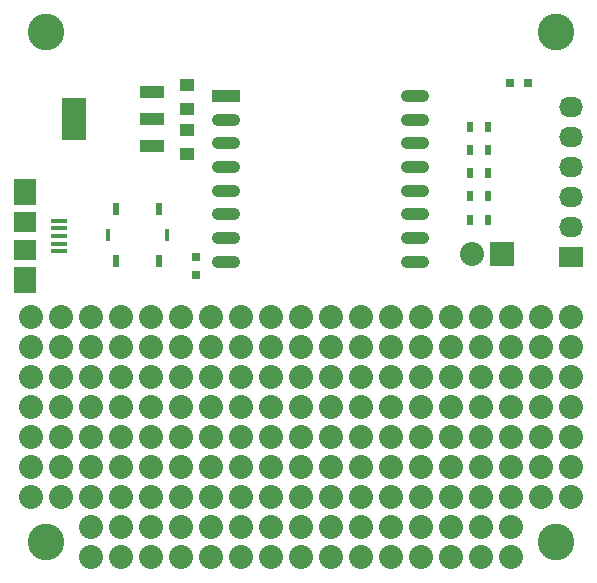
<source format=gts>
G04 #@! TF.FileFunction,Soldermask,Top*
%FSLAX46Y46*%
G04 Gerber Fmt 4.6, Leading zero omitted, Abs format (unit mm)*
G04 Created by KiCad (PCBNEW 4.0.0-rc2-1-stable) date Sunday, 29 November 2015 18:47:31*
%MOMM*%
G01*
G04 APERTURE LIST*
%ADD10C,0.100000*%
%ADD11R,1.250000X1.000000*%
%ADD12R,0.750000X0.800000*%
%ADD13R,0.800000X0.750000*%
%ADD14R,2.032000X2.032000*%
%ADD15O,2.032000X2.032000*%
%ADD16R,2.032000X1.727200*%
%ADD17O,2.032000X1.727200*%
%ADD18R,0.500000X0.900000*%
%ADD19R,0.600000X1.000000*%
%ADD20R,0.450000X1.000000*%
%ADD21R,2.032000X3.657600*%
%ADD22R,2.032000X1.016000*%
%ADD23R,2.400000X1.100000*%
%ADD24O,2.400000X1.100000*%
%ADD25C,2.032000*%
%ADD26C,3.100000*%
%ADD27R,1.400000X0.400000*%
%ADD28R,1.900000X1.800000*%
%ADD29R,1.900000X2.300000*%
G04 APERTURE END LIST*
D10*
D11*
X140250000Y-87020000D03*
X140250000Y-89020000D03*
X140260000Y-90860000D03*
X140260000Y-92860000D03*
D12*
X140970000Y-101600000D03*
X140970000Y-103100000D03*
D13*
X169110000Y-86860000D03*
X167610000Y-86860000D03*
D14*
X166878000Y-101346000D03*
D15*
X164338000Y-101346000D03*
D16*
X172720000Y-101600000D03*
D17*
X172720000Y-99060000D03*
X172720000Y-96520000D03*
X172720000Y-93980000D03*
X172720000Y-91440000D03*
X172720000Y-88900000D03*
D18*
X165720000Y-92532500D03*
X164220000Y-92532500D03*
X165720000Y-90570000D03*
X164220000Y-90570000D03*
X165720000Y-94495000D03*
X164220000Y-94495000D03*
X165720000Y-98420000D03*
X164220000Y-98420000D03*
X165720000Y-96457500D03*
X164220000Y-96457500D03*
D19*
X134200000Y-97490000D03*
X137900000Y-97490000D03*
X134200000Y-101890000D03*
X137900000Y-101890000D03*
D20*
X133525000Y-99690000D03*
X138575000Y-99690000D03*
D21*
X130650000Y-89940000D03*
D22*
X137254000Y-89940000D03*
X137254000Y-87654000D03*
X137254000Y-92226000D03*
D23*
X143510000Y-87980000D03*
D24*
X143510000Y-89980000D03*
X143510000Y-91980000D03*
X143510000Y-93980000D03*
X143510000Y-95980000D03*
X143510000Y-97980000D03*
X143510000Y-99980000D03*
X143510000Y-101980000D03*
X159510000Y-101980000D03*
X159510000Y-99980000D03*
X159510000Y-97980000D03*
X159510000Y-95980000D03*
X159510000Y-93980000D03*
X159510000Y-91980000D03*
X159510000Y-89980000D03*
X159510000Y-87980000D03*
D25*
X127000000Y-109220000D03*
X129540000Y-109220000D03*
X132080000Y-109220000D03*
X134620000Y-109220000D03*
X137160000Y-109220000D03*
X139700000Y-109220000D03*
X142240000Y-109220000D03*
X144780000Y-109220000D03*
X147320000Y-109220000D03*
X149860000Y-109220000D03*
X152400000Y-109220000D03*
X154940000Y-109220000D03*
X157480000Y-109220000D03*
X160020000Y-109220000D03*
X162560000Y-109220000D03*
X165100000Y-109220000D03*
X167640000Y-109220000D03*
X170180000Y-109220000D03*
X172720000Y-109220000D03*
X127000000Y-111760000D03*
X129540000Y-111760000D03*
X132080000Y-111760000D03*
X134620000Y-111760000D03*
X137160000Y-111760000D03*
X139700000Y-111760000D03*
X142240000Y-111760000D03*
X144780000Y-111760000D03*
X147320000Y-111760000D03*
X149860000Y-111760000D03*
X152400000Y-111760000D03*
X154940000Y-111760000D03*
X157480000Y-111760000D03*
X160020000Y-111760000D03*
X162560000Y-111760000D03*
X165100000Y-111760000D03*
X167640000Y-111760000D03*
X170180000Y-111760000D03*
X172720000Y-111760000D03*
X127000000Y-114300000D03*
X129540000Y-114300000D03*
X132080000Y-114300000D03*
X134620000Y-114300000D03*
X137160000Y-114300000D03*
X139700000Y-114300000D03*
X142240000Y-114300000D03*
X144780000Y-114300000D03*
X147320000Y-114300000D03*
X149860000Y-114300000D03*
X152400000Y-114300000D03*
X154940000Y-114300000D03*
X157480000Y-114300000D03*
X160020000Y-114300000D03*
X162560000Y-114300000D03*
X165100000Y-114300000D03*
X167640000Y-114300000D03*
X170180000Y-114300000D03*
X172720000Y-114300000D03*
X127000000Y-116840000D03*
X129540000Y-116840000D03*
X132080000Y-116840000D03*
X134620000Y-116840000D03*
X137160000Y-116840000D03*
X139700000Y-116840000D03*
X142240000Y-116840000D03*
X144780000Y-116840000D03*
X147320000Y-116840000D03*
X149860000Y-116840000D03*
X152400000Y-116840000D03*
X154940000Y-116840000D03*
X157480000Y-116840000D03*
X160020000Y-116840000D03*
X162560000Y-116840000D03*
X165100000Y-116840000D03*
X167640000Y-116840000D03*
X170180000Y-116840000D03*
X172720000Y-116840000D03*
X127000000Y-119380000D03*
X129540000Y-119380000D03*
X132080000Y-119380000D03*
X134620000Y-119380000D03*
X137160000Y-119380000D03*
X139700000Y-119380000D03*
X142240000Y-119380000D03*
X144780000Y-119380000D03*
X147320000Y-119380000D03*
X149860000Y-119380000D03*
X152400000Y-119380000D03*
X154940000Y-119380000D03*
X157480000Y-119380000D03*
X160020000Y-119380000D03*
X162560000Y-119380000D03*
X165100000Y-119380000D03*
X167640000Y-119380000D03*
X170180000Y-119380000D03*
X172720000Y-119380000D03*
X127000000Y-121920000D03*
X129540000Y-121920000D03*
X132080000Y-121920000D03*
X134620000Y-121920000D03*
X137160000Y-121920000D03*
X139700000Y-121920000D03*
X142240000Y-121920000D03*
X144780000Y-121920000D03*
X147320000Y-121920000D03*
X149860000Y-121920000D03*
X152400000Y-121920000D03*
X154940000Y-121920000D03*
X157480000Y-121920000D03*
X160020000Y-121920000D03*
X162560000Y-121920000D03*
X165100000Y-121920000D03*
X167640000Y-121920000D03*
X170180000Y-121920000D03*
X172720000Y-121920000D03*
X132080000Y-124460000D03*
X134620000Y-124460000D03*
X137160000Y-124460000D03*
X139700000Y-124460000D03*
X142240000Y-124460000D03*
X144780000Y-124460000D03*
X147320000Y-124460000D03*
X149860000Y-124460000D03*
X152400000Y-124460000D03*
X154940000Y-124460000D03*
X157480000Y-124460000D03*
X160020000Y-124460000D03*
X162560000Y-124460000D03*
X165100000Y-124460000D03*
X167640000Y-124460000D03*
X132080000Y-127000000D03*
X134620000Y-127000000D03*
X137160000Y-127000000D03*
X139700000Y-127000000D03*
X142240000Y-127000000D03*
X144780000Y-127000000D03*
X147320000Y-127000000D03*
X149860000Y-127000000D03*
X152400000Y-127000000D03*
X154940000Y-127000000D03*
X157480000Y-127000000D03*
X160020000Y-127000000D03*
X162560000Y-127000000D03*
X165100000Y-127000000D03*
X167640000Y-127000000D03*
D26*
X171450000Y-125730000D03*
X128270000Y-125730000D03*
X171450000Y-82550000D03*
X128270000Y-82550000D03*
D25*
X172720000Y-106680000D03*
X170180000Y-106680000D03*
X167640000Y-106680000D03*
X165100000Y-106680000D03*
X162560000Y-106680000D03*
X160020000Y-106680000D03*
X157480000Y-106680000D03*
X154940000Y-106680000D03*
X152400000Y-106680000D03*
X149860000Y-106680000D03*
X147320000Y-106680000D03*
X144780000Y-106680000D03*
X142240000Y-106680000D03*
X139700000Y-106680000D03*
X137160000Y-106680000D03*
X134620000Y-106680000D03*
X132080000Y-106680000D03*
X129540000Y-106680000D03*
X127000000Y-106680000D03*
D27*
X129400000Y-101110000D03*
X129400000Y-100460000D03*
X129400000Y-99810000D03*
X129400000Y-99160000D03*
X129400000Y-98510000D03*
D28*
X126550000Y-98660000D03*
X126550000Y-100960000D03*
D29*
X126550000Y-103560000D03*
X126550000Y-96060000D03*
M02*

</source>
